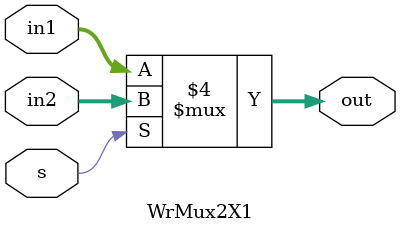
<source format=v>
module WrMux2X1( in1 ,in2,s,out);

input [4:0] in1 ,in2;
input s;
output reg [4:0] out;
always @ (*)
begin
if(s==0)
	out=in1;
	
else 
	out=in2;


end


endmodule 
</source>
